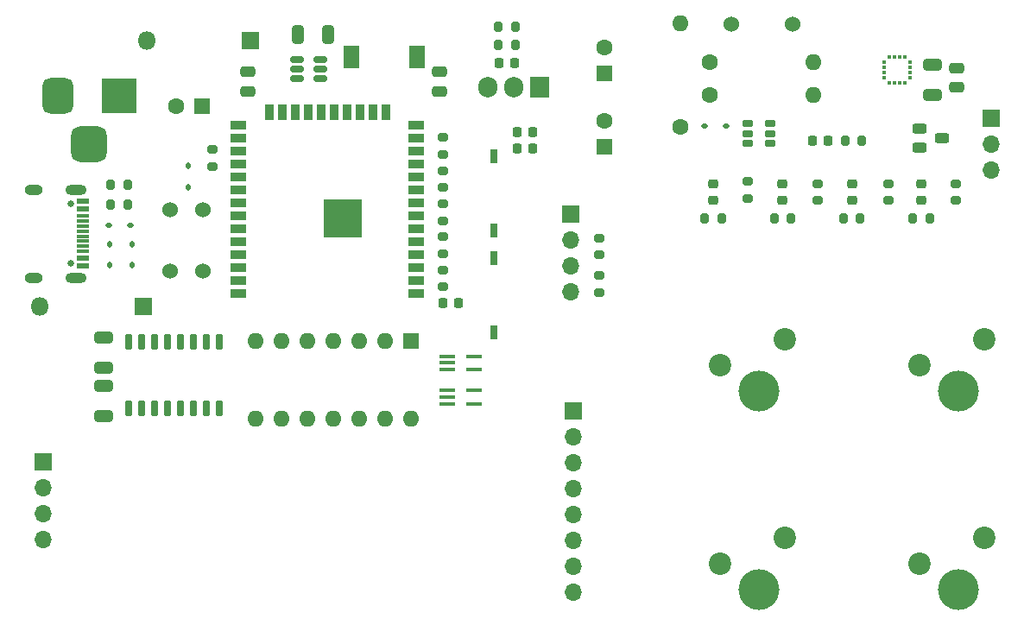
<source format=gbr>
%TF.GenerationSoftware,KiCad,Pcbnew,8.0.8*%
%TF.CreationDate,2025-02-13T18:12:52+13:00*%
%TF.ProjectId,Intelliwatch-Mk-II,496e7465-6c6c-4697-9761-7463682d4d6b,1.?*%
%TF.SameCoordinates,Original*%
%TF.FileFunction,Soldermask,Top*%
%TF.FilePolarity,Negative*%
%FSLAX46Y46*%
G04 Gerber Fmt 4.6, Leading zero omitted, Abs format (unit mm)*
G04 Created by KiCad (PCBNEW 8.0.8) date 2025-02-13 18:12:52*
%MOMM*%
%LPD*%
G01*
G04 APERTURE LIST*
G04 Aperture macros list*
%AMRoundRect*
0 Rectangle with rounded corners*
0 $1 Rounding radius*
0 $2 $3 $4 $5 $6 $7 $8 $9 X,Y pos of 4 corners*
0 Add a 4 corners polygon primitive as box body*
4,1,4,$2,$3,$4,$5,$6,$7,$8,$9,$2,$3,0*
0 Add four circle primitives for the rounded corners*
1,1,$1+$1,$2,$3*
1,1,$1+$1,$4,$5*
1,1,$1+$1,$6,$7*
1,1,$1+$1,$8,$9*
0 Add four rect primitives between the rounded corners*
20,1,$1+$1,$2,$3,$4,$5,0*
20,1,$1+$1,$4,$5,$6,$7,0*
20,1,$1+$1,$6,$7,$8,$9,0*
20,1,$1+$1,$8,$9,$2,$3,0*%
G04 Aperture macros list end*
%ADD10R,1.700000X1.700000*%
%ADD11O,1.700000X1.700000*%
%ADD12RoundRect,0.200000X-0.200000X-0.275000X0.200000X-0.275000X0.200000X0.275000X-0.200000X0.275000X0*%
%ADD13C,4.000000*%
%ADD14C,2.200000*%
%ADD15R,0.660400X1.422400*%
%ADD16RoundRect,0.250000X-0.475000X0.250000X-0.475000X-0.250000X0.475000X-0.250000X0.475000X0.250000X0*%
%ADD17R,1.600000X1.600000*%
%ADD18C,1.600000*%
%ADD19RoundRect,0.200000X0.200000X0.275000X-0.200000X0.275000X-0.200000X-0.275000X0.200000X-0.275000X0*%
%ADD20RoundRect,0.218750X-0.256250X0.218750X-0.256250X-0.218750X0.256250X-0.218750X0.256250X0.218750X0*%
%ADD21RoundRect,0.225000X-0.225000X-0.250000X0.225000X-0.250000X0.225000X0.250000X-0.225000X0.250000X0*%
%ADD22RoundRect,0.112500X0.112500X-0.187500X0.112500X0.187500X-0.112500X0.187500X-0.112500X-0.187500X0*%
%ADD23RoundRect,0.200000X0.275000X-0.200000X0.275000X0.200000X-0.275000X0.200000X-0.275000X-0.200000X0*%
%ADD24RoundRect,0.200000X-0.275000X0.200000X-0.275000X-0.200000X0.275000X-0.200000X0.275000X0.200000X0*%
%ADD25RoundRect,0.250000X-0.325000X-0.650000X0.325000X-0.650000X0.325000X0.650000X-0.325000X0.650000X0*%
%ADD26R,1.905000X2.000000*%
%ADD27O,1.905000X2.000000*%
%ADD28RoundRect,0.150000X-0.512500X-0.150000X0.512500X-0.150000X0.512500X0.150000X-0.512500X0.150000X0*%
%ADD29R,1.800000X1.800000*%
%ADD30O,1.800000X1.800000*%
%ADD31RoundRect,0.112500X0.187500X0.112500X-0.187500X0.112500X-0.187500X-0.112500X0.187500X-0.112500X0*%
%ADD32RoundRect,0.112500X-0.187500X-0.112500X0.187500X-0.112500X0.187500X0.112500X-0.187500X0.112500X0*%
%ADD33RoundRect,0.162500X-0.367500X-0.162500X0.367500X-0.162500X0.367500X0.162500X-0.367500X0.162500X0*%
%ADD34O,1.600000X1.600000*%
%ADD35R,1.500000X2.200000*%
%ADD36RoundRect,0.100000X-0.650000X-0.100000X0.650000X-0.100000X0.650000X0.100000X-0.650000X0.100000X0*%
%ADD37RoundRect,0.112500X-0.112500X0.187500X-0.112500X-0.187500X0.112500X-0.187500X0.112500X0.187500X0*%
%ADD38C,1.524000*%
%ADD39RoundRect,0.250000X-0.450000X-0.250000X0.450000X-0.250000X0.450000X0.250000X-0.450000X0.250000X0*%
%ADD40C,0.650000*%
%ADD41R,1.240000X0.600000*%
%ADD42R,1.240000X0.300000*%
%ADD43O,2.100000X1.000000*%
%ADD44O,1.800000X1.000000*%
%ADD45RoundRect,0.250000X0.650000X-0.325000X0.650000X0.325000X-0.650000X0.325000X-0.650000X-0.325000X0*%
%ADD46RoundRect,0.218750X-0.218750X-0.256250X0.218750X-0.256250X0.218750X0.256250X-0.218750X0.256250X0*%
%ADD47R,3.500000X3.500000*%
%ADD48RoundRect,0.750000X-0.750000X-1.000000X0.750000X-1.000000X0.750000X1.000000X-0.750000X1.000000X0*%
%ADD49RoundRect,0.875000X-0.875000X-0.875000X0.875000X-0.875000X0.875000X0.875000X-0.875000X0.875000X0*%
%ADD50R,0.450000X0.300000*%
%ADD51R,0.300000X0.450000*%
%ADD52RoundRect,0.150000X0.150000X-0.650000X0.150000X0.650000X-0.150000X0.650000X-0.150000X-0.650000X0*%
%ADD53R,1.500000X0.900000*%
%ADD54R,0.900000X1.500000*%
%ADD55C,0.800000*%
%ADD56R,3.800000X3.800000*%
%ADD57RoundRect,0.250000X-0.650000X0.325000X-0.650000X-0.325000X0.650000X-0.325000X0.650000X0.325000X0*%
G04 APERTURE END LIST*
D10*
%TO.C,J6*%
X125250000Y-63550000D03*
D11*
X125250000Y-66090000D03*
X125250000Y-68630000D03*
X125250000Y-71170000D03*
%TD*%
D12*
%TO.C,R4*%
X80175000Y-60600000D03*
X81825000Y-60600000D03*
%TD*%
D13*
%TO.C,SW6*%
X143750000Y-100350000D03*
D14*
X146290000Y-95270000D03*
X139940000Y-97810000D03*
%TD*%
D15*
%TO.C,SW8*%
X117750000Y-67850000D03*
X117750000Y-75139800D03*
%TD*%
D16*
%TO.C,C3*%
X93600000Y-49550000D03*
X93600000Y-51450000D03*
%TD*%
%TO.C,C9*%
X163150000Y-49200000D03*
X163150000Y-51100000D03*
%TD*%
D17*
%TO.C,C11*%
X128600000Y-49700000D03*
D18*
X128600000Y-47200000D03*
%TD*%
D12*
%TO.C,R5*%
X80175000Y-62600000D03*
X81825000Y-62600000D03*
%TD*%
D19*
%TO.C,R9*%
X119825000Y-45100000D03*
X118175000Y-45100000D03*
%TD*%
D20*
%TO.C,D11*%
X139250000Y-60562500D03*
X139250000Y-62137500D03*
%TD*%
D21*
%TO.C,C7*%
X120025000Y-57100000D03*
X121575000Y-57100000D03*
%TD*%
D22*
%TO.C,D1*%
X87800000Y-60900000D03*
X87800000Y-58800000D03*
%TD*%
D23*
%TO.C,R13*%
X163050000Y-62175000D03*
X163050000Y-60525000D03*
%TD*%
D24*
%TO.C,R12*%
X112750000Y-62500000D03*
X112750000Y-64150000D03*
%TD*%
D25*
%TO.C,C8*%
X98525000Y-45900000D03*
X101475000Y-45900000D03*
%TD*%
D24*
%TO.C,R23*%
X128050000Y-65850000D03*
X128050000Y-67500000D03*
%TD*%
D26*
%TO.C,U3*%
X122200000Y-51100000D03*
D27*
X119660000Y-51100000D03*
X117120000Y-51100000D03*
%TD*%
D28*
%TO.C,U7*%
X98462500Y-48350000D03*
X98462500Y-49300000D03*
X98462500Y-50250000D03*
X100737500Y-50250000D03*
X100737500Y-49300000D03*
X100737500Y-48350000D03*
%TD*%
D13*
%TO.C,SW5*%
X163290000Y-80850000D03*
D14*
X165830000Y-75770000D03*
X159480000Y-78310000D03*
%TD*%
D29*
%TO.C,D4*%
X93880000Y-46500000D03*
D30*
X83720000Y-46500000D03*
%TD*%
D20*
%TO.C,D8*%
X159650000Y-60562500D03*
X159650000Y-62137500D03*
%TD*%
D10*
%TO.C,J4*%
X166525000Y-54100000D03*
D11*
X166525000Y-56640000D03*
X166525000Y-59180000D03*
%TD*%
D23*
%TO.C,R16*%
X142650000Y-61975000D03*
X142650000Y-60325000D03*
%TD*%
%TO.C,R22*%
X128050000Y-71175000D03*
X128050000Y-69525000D03*
%TD*%
D13*
%TO.C,SW7*%
X163290000Y-100350000D03*
D14*
X165830000Y-95270000D03*
X159480000Y-97810000D03*
%TD*%
D17*
%TO.C,C6*%
X128600000Y-56882400D03*
D18*
X128600000Y-54382400D03*
%TD*%
D31*
%TO.C,D3*%
X140500000Y-54850000D03*
X138400000Y-54850000D03*
%TD*%
D29*
%TO.C,D7*%
X83330000Y-72600000D03*
D30*
X73170000Y-72600000D03*
%TD*%
D23*
%TO.C,R15*%
X149450000Y-62175000D03*
X149450000Y-60525000D03*
%TD*%
D32*
%TO.C,D5*%
X79974900Y-64600000D03*
X82074900Y-64600000D03*
%TD*%
D33*
%TO.C,U2*%
X142650000Y-54650000D03*
X142650000Y-55600000D03*
X142650000Y-56550000D03*
X144850000Y-56550000D03*
X144850000Y-55600000D03*
X144850000Y-54650000D03*
%TD*%
D15*
%TO.C,SW2*%
X117750000Y-57810200D03*
X117750000Y-65100000D03*
%TD*%
D17*
%TO.C,U1*%
X109580000Y-75980000D03*
D34*
X107040000Y-75980000D03*
X104500000Y-75980000D03*
X101960000Y-75980000D03*
X99420000Y-75980000D03*
X96880000Y-75980000D03*
X94340000Y-75980000D03*
X94340000Y-83600000D03*
X96880000Y-83600000D03*
X99420000Y-83600000D03*
X101960000Y-83600000D03*
X104500000Y-83600000D03*
X107040000Y-83600000D03*
X109580000Y-83600000D03*
%TD*%
D35*
%TO.C,L1*%
X103800000Y-48100000D03*
X110200000Y-48100000D03*
%TD*%
D24*
%TO.C,R11*%
X112750000Y-59250000D03*
X112750000Y-60900000D03*
%TD*%
D12*
%TO.C,R8*%
X118175000Y-46900000D03*
X119825000Y-46900000D03*
%TD*%
D36*
%TO.C,U4*%
X113170000Y-77450000D03*
X113170000Y-78100000D03*
X113170000Y-78750000D03*
X115830000Y-78750000D03*
X115830000Y-77450000D03*
%TD*%
D37*
%TO.C,D6*%
X82274900Y-66430000D03*
X82274900Y-68530000D03*
%TD*%
D38*
%TO.C,SW3*%
X89200000Y-63100000D03*
X89200000Y-69100000D03*
%TD*%
D39*
%TO.C,Q1*%
X159500000Y-55100000D03*
X159500000Y-57000000D03*
X161700000Y-56050000D03*
%TD*%
D21*
%TO.C,C10*%
X118225000Y-48700000D03*
X119775000Y-48700000D03*
%TD*%
D40*
%TO.C,J3*%
X76280000Y-62530000D03*
X76280000Y-68310000D03*
D41*
X77400000Y-62220000D03*
X77400000Y-63020000D03*
D42*
X77400000Y-64170000D03*
X77400000Y-65170000D03*
X77400000Y-65670000D03*
X77400000Y-66670000D03*
D41*
X77400000Y-67820000D03*
X77400000Y-68620000D03*
X77400000Y-68620000D03*
X77400000Y-67820000D03*
D42*
X77400000Y-67170000D03*
X77400000Y-66170000D03*
X77400000Y-64670000D03*
X77400000Y-63670000D03*
D41*
X77400000Y-63020000D03*
X77400000Y-62220000D03*
D43*
X76800000Y-61100000D03*
D44*
X72600000Y-61100000D03*
D43*
X76800000Y-69740000D03*
D44*
X72600000Y-69740000D03*
%TD*%
D20*
%TO.C,D10*%
X146050000Y-60562500D03*
X146050000Y-62137500D03*
%TD*%
D10*
%TO.C,J5*%
X125550000Y-82775000D03*
D11*
X125550000Y-85315000D03*
X125550000Y-87855000D03*
X125550000Y-90395000D03*
X125550000Y-92935000D03*
X125550000Y-95475000D03*
X125550000Y-98015000D03*
X125550000Y-100555000D03*
D10*
X73500000Y-87850000D03*
D11*
X73500000Y-90390000D03*
X73500000Y-92930000D03*
X73500000Y-95470000D03*
%TD*%
D24*
%TO.C,R10*%
X112750000Y-56000000D03*
X112750000Y-57650000D03*
%TD*%
D12*
%TO.C,R20*%
X138425000Y-63950000D03*
X140075000Y-63950000D03*
%TD*%
D19*
%TO.C,R17*%
X160475000Y-63950000D03*
X158825000Y-63950000D03*
%TD*%
D16*
%TO.C,C12*%
X112400000Y-49550000D03*
X112400000Y-51450000D03*
%TD*%
D45*
%TO.C,C4*%
X79500000Y-78575000D03*
X79500000Y-75625000D03*
%TD*%
D21*
%TO.C,C2*%
X120025000Y-55500000D03*
X121575000Y-55500000D03*
%TD*%
D18*
%TO.C,R1*%
X136000000Y-54930000D03*
D34*
X136000000Y-44770000D03*
%TD*%
D19*
%TO.C,R24*%
X153825000Y-56312500D03*
X152175000Y-56312500D03*
%TD*%
D36*
%TO.C,U5*%
X113170000Y-80820000D03*
X113170000Y-81470000D03*
X113170000Y-82120000D03*
X115830000Y-82120000D03*
X115830000Y-80820000D03*
%TD*%
D19*
%TO.C,R19*%
X146875000Y-63950000D03*
X145225000Y-63950000D03*
%TD*%
D46*
%TO.C,D12*%
X148962500Y-56312500D03*
X150537500Y-56312500D03*
%TD*%
D47*
%TO.C,J2*%
X81000000Y-51942500D03*
D48*
X75000000Y-51942500D03*
D49*
X78000000Y-56642500D03*
%TD*%
D45*
%TO.C,C13*%
X160750000Y-51825000D03*
X160750000Y-48875000D03*
%TD*%
D21*
%TO.C,C14*%
X112725000Y-72250000D03*
X114275000Y-72250000D03*
%TD*%
D38*
%TO.C,J1*%
X141000000Y-44850000D03*
X147000000Y-44850000D03*
%TD*%
D17*
%TO.C,C1*%
X89082400Y-52900000D03*
D18*
X86582400Y-52900000D03*
%TD*%
D50*
%TO.C,U8*%
X155975000Y-48600000D03*
X155975000Y-49100000D03*
X155975000Y-49600000D03*
X155975000Y-50100000D03*
D51*
X156500000Y-50625000D03*
X157000000Y-50625000D03*
X157500000Y-50625000D03*
X158000000Y-50625000D03*
D50*
X158525000Y-50100000D03*
X158525000Y-49600000D03*
X158525000Y-49100000D03*
X158525000Y-48600000D03*
D51*
X158000000Y-48075000D03*
X157500000Y-48075000D03*
X157000000Y-48075000D03*
X156500000Y-48075000D03*
%TD*%
D13*
%TO.C,SW4*%
X143750000Y-80850000D03*
D14*
X146290000Y-75770000D03*
X139940000Y-78310000D03*
%TD*%
D52*
%TO.C,U6*%
X81955000Y-82550000D03*
X83225000Y-82550000D03*
X84495000Y-82550000D03*
X85765000Y-82550000D03*
X87035000Y-82550000D03*
X88305000Y-82550000D03*
X89575000Y-82550000D03*
X90845000Y-82550000D03*
X90845000Y-76050000D03*
X89575000Y-76050000D03*
X88305000Y-76050000D03*
X87035000Y-76050000D03*
X85765000Y-76050000D03*
X84495000Y-76050000D03*
X83225000Y-76050000D03*
X81955000Y-76050000D03*
%TD*%
D20*
%TO.C,D9*%
X152850000Y-60562500D03*
X152850000Y-62137500D03*
%TD*%
D37*
%TO.C,D2*%
X80024900Y-66430000D03*
X80024900Y-68530000D03*
%TD*%
D23*
%TO.C,R21*%
X112750000Y-70625000D03*
X112750000Y-68975000D03*
%TD*%
D53*
%TO.C,U9*%
X110150000Y-71260000D03*
X110150000Y-69990000D03*
X110150000Y-68720000D03*
X110150000Y-67450000D03*
X110150000Y-66180000D03*
X110150000Y-64910000D03*
X110150000Y-63640000D03*
X110150000Y-62370000D03*
X110150000Y-61100000D03*
X110150000Y-59830000D03*
X110150000Y-58560000D03*
X110150000Y-57290000D03*
X110150000Y-56020000D03*
X110150000Y-54750000D03*
D54*
X107115000Y-53500000D03*
X105845000Y-53500000D03*
X104575000Y-53500000D03*
X103305000Y-53500000D03*
X102035000Y-53500000D03*
X100765000Y-53500000D03*
X99495000Y-53500000D03*
X98225000Y-53500000D03*
X96955000Y-53500000D03*
X95685000Y-53500000D03*
D53*
X92650000Y-54750000D03*
X92650000Y-56020000D03*
X92650000Y-57290000D03*
X92650000Y-58560000D03*
X92650000Y-59830000D03*
X92650000Y-61100000D03*
X92650000Y-62370000D03*
X92650000Y-63640000D03*
X92650000Y-64910000D03*
X92650000Y-66180000D03*
X92650000Y-67450000D03*
X92650000Y-68720000D03*
X92650000Y-69990000D03*
X92650000Y-71260000D03*
D55*
X103600000Y-64650000D03*
X103600000Y-63250000D03*
D56*
X102900000Y-63920000D03*
D55*
X102200000Y-64650000D03*
X102200000Y-63250000D03*
%TD*%
D24*
%TO.C,R6*%
X112750000Y-65750000D03*
X112750000Y-67400000D03*
%TD*%
D18*
%TO.C,R2*%
X138920000Y-48600000D03*
D34*
X149080000Y-48600000D03*
%TD*%
D57*
%TO.C,C5*%
X79500000Y-80375000D03*
X79500000Y-83325000D03*
%TD*%
D18*
%TO.C,R3*%
X138920000Y-51850000D03*
D34*
X149080000Y-51850000D03*
%TD*%
D23*
%TO.C,R14*%
X156450000Y-62175000D03*
X156450000Y-60525000D03*
%TD*%
%TO.C,R7*%
X90100000Y-58825000D03*
X90100000Y-57175000D03*
%TD*%
D38*
%TO.C,SW1*%
X86000000Y-63100000D03*
X86000000Y-69100000D03*
%TD*%
D19*
%TO.C,R18*%
X153675000Y-63950000D03*
X152025000Y-63950000D03*
%TD*%
M02*

</source>
